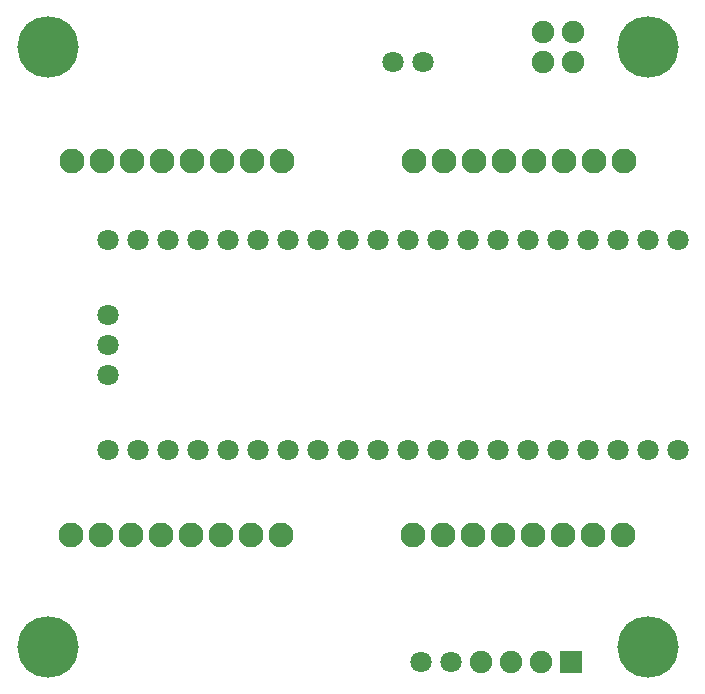
<source format=gbs>
G04 Layer: BottomSolderMaskLayer*
G04 EasyEDA v6.5.15, 2022-10-06 20:38:00*
G04 44a05442b3094d8486212c110c7f242b,5a6b42c53f6a479593ecc07194224c93,10*
G04 Gerber Generator version 0.2*
G04 Scale: 100 percent, Rotated: No, Reflected: No *
G04 Dimensions in millimeters *
G04 leading zeros omitted , absolute positions ,4 integer and 5 decimal *
%FSLAX45Y45*%
%MOMM*%

%AMMACRO1*1,1,$1,$2,$3*1,1,$1,$4,$5*1,1,$1,0-$2,0-$3*1,1,$1,0-$4,0-$5*20,1,$1,$2,$3,$4,$5,0*20,1,$1,$4,$5,0-$2,0-$3,0*20,1,$1,0-$2,0-$3,0-$4,0-$5,0*20,1,$1,0-$4,0-$5,$2,$3,0*4,1,4,$2,$3,$4,$5,0-$2,0-$3,0-$4,0-$5,$2,$3,0*%
%ADD10C,1.9016*%
%ADD11MACRO1,0.1016X-0.9X-0.85X0.9X-0.85*%
%ADD12C,5.2032*%
%ADD13C,2.1016*%
%ADD14C,1.8016*%

%LPD*%
D10*
G01*
X4051300Y254000D03*
D11*
G01*
X4813300Y254001D03*
D10*
G01*
X4559300Y254000D03*
G01*
X4305300Y254000D03*
D12*
G01*
X381000Y5461000D03*
G01*
X5461000Y5461000D03*
G01*
X5461000Y381000D03*
G01*
X381000Y381000D03*
D13*
G01*
X2362200Y4495800D03*
G01*
X2108200Y4495800D03*
G01*
X1854200Y4495800D03*
G01*
X1600200Y4495800D03*
G01*
X1346200Y4495800D03*
G01*
X1092200Y4495800D03*
G01*
X838200Y4495800D03*
G01*
X584200Y4495800D03*
D10*
G01*
X4572000Y5588000D03*
G01*
X4572000Y5334000D03*
G01*
X4826000Y5334000D03*
G01*
X4826000Y5588000D03*
D14*
G01*
X889000Y2679700D03*
G01*
X889000Y3187700D03*
G01*
X889000Y2933700D03*
G01*
X889000Y2044700D03*
G01*
X1143000Y2044700D03*
G01*
X1397000Y2044700D03*
G01*
X1651000Y2044700D03*
G01*
X1905000Y2044700D03*
G01*
X2159000Y2044700D03*
G01*
X2413000Y2044700D03*
G01*
X2667000Y2044700D03*
G01*
X2921000Y2044700D03*
G01*
X3175000Y2044700D03*
G01*
X3429000Y2044700D03*
G01*
X3683000Y2044700D03*
G01*
X3937000Y2044700D03*
G01*
X4191000Y2044700D03*
G01*
X4445000Y2044700D03*
G01*
X4699000Y2044700D03*
G01*
X4953000Y2044700D03*
G01*
X5207000Y2044700D03*
G01*
X5461000Y2044700D03*
G01*
X889000Y3822700D03*
G01*
X1143000Y3822700D03*
G01*
X1397000Y3822700D03*
G01*
X1651000Y3822700D03*
G01*
X1905000Y3822700D03*
G01*
X2159000Y3822700D03*
G01*
X2413000Y3822700D03*
G01*
X2667000Y3822700D03*
G01*
X2921000Y3822700D03*
G01*
X3175000Y3822700D03*
G01*
X3429000Y3822700D03*
G01*
X3683000Y3822700D03*
G01*
X3937000Y3822700D03*
G01*
X4191000Y3822700D03*
G01*
X4445000Y3822700D03*
G01*
X4699000Y3822700D03*
G01*
X4953000Y3822700D03*
G01*
X5207000Y3822700D03*
G01*
X5461000Y3822700D03*
G01*
X5715000Y2044700D03*
G01*
X5715000Y3822700D03*
D13*
G01*
X3479800Y4495800D03*
G01*
X3733800Y4495800D03*
G01*
X3987800Y4495800D03*
G01*
X4241800Y4495800D03*
G01*
X4495800Y4495800D03*
G01*
X4749800Y4495800D03*
G01*
X5003800Y4495800D03*
G01*
X5257800Y4495800D03*
G01*
X2359406Y1329893D03*
G01*
X2105406Y1329893D03*
G01*
X1851405Y1329893D03*
G01*
X1597405Y1329893D03*
G01*
X1343405Y1329893D03*
G01*
X1089405Y1329893D03*
G01*
X835405Y1329893D03*
G01*
X581405Y1329893D03*
G01*
X5255006Y1329893D03*
G01*
X5001006Y1329893D03*
G01*
X4747006Y1329893D03*
G01*
X4493006Y1329893D03*
G01*
X4239006Y1329893D03*
G01*
X3985006Y1329893D03*
G01*
X3731006Y1329893D03*
G01*
X3477006Y1329893D03*
D14*
G01*
X3797300Y254000D03*
G01*
X3543300Y254000D03*
G01*
X3302000Y5334000D03*
G01*
X3556000Y5334000D03*
M02*

</source>
